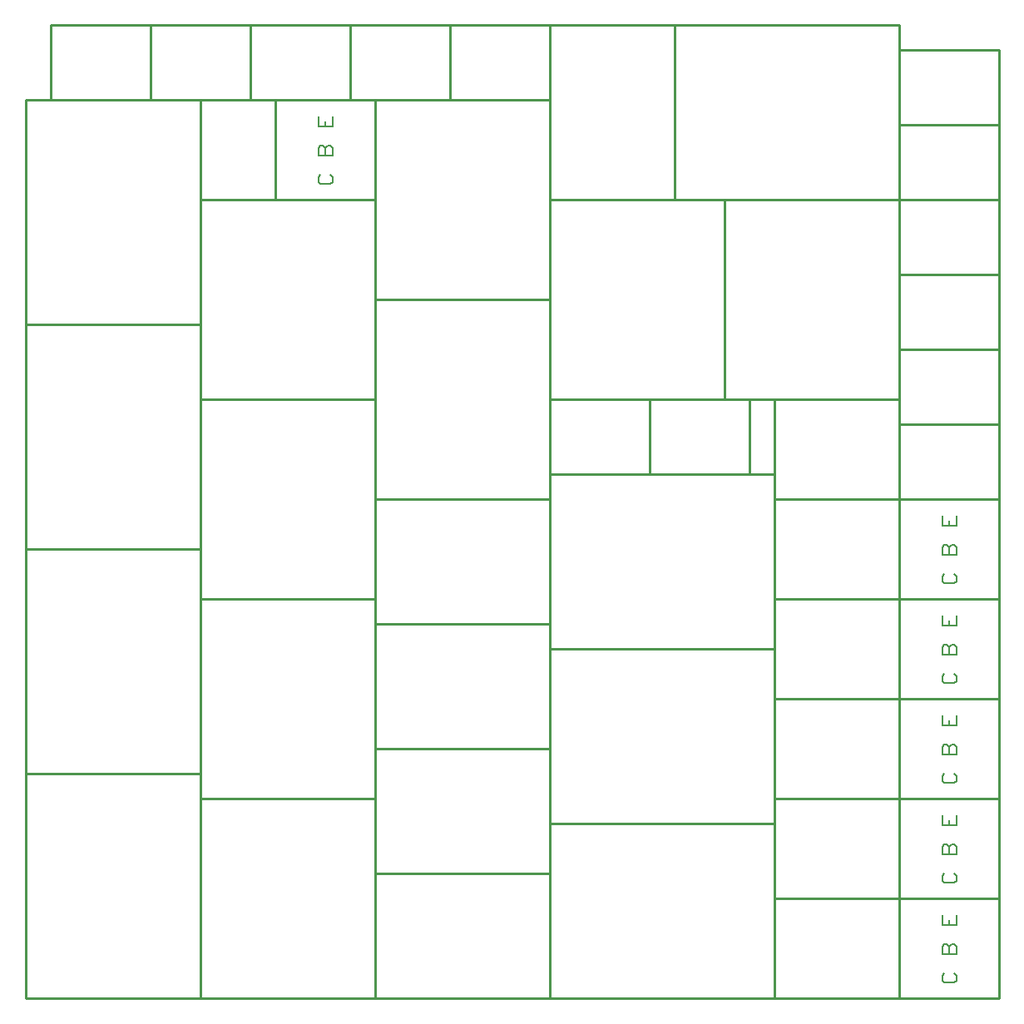
<source format=gbo>
G75*
%MOIN*%
%OFA0B0*%
%FSLAX25Y25*%
%IPPOS*%
%LPD*%
%AMOC8*
5,1,8,0,0,1.08239X$1,22.5*
%
%ADD10C,0.01000*%
%ADD11C,0.00500*%
D10*
X0005312Y0002513D02*
X0075312Y0002513D01*
X0145312Y0002513D01*
X0215312Y0002513D01*
X0305312Y0002513D01*
X0355312Y0002513D01*
X0395312Y0002513D01*
X0395312Y0042513D01*
X0395312Y0082513D01*
X0395312Y0122513D01*
X0395312Y0162513D01*
X0395312Y0202513D01*
X0395312Y0232513D01*
X0355312Y0232513D01*
X0355312Y0242513D01*
X0305312Y0242513D01*
X0295312Y0242513D01*
X0285312Y0242513D01*
X0285312Y0322513D01*
X0265312Y0322513D01*
X0265312Y0392513D01*
X0215312Y0392513D01*
X0175312Y0392513D01*
X0175312Y0362513D01*
X0215312Y0362513D01*
X0215312Y0392513D01*
X0215312Y0362513D02*
X0215312Y0322513D01*
X0265312Y0322513D01*
X0285312Y0322513D02*
X0355312Y0322513D01*
X0395312Y0322513D01*
X0395312Y0292513D01*
X0355312Y0292513D01*
X0355312Y0262513D01*
X0395312Y0262513D01*
X0395312Y0232513D01*
X0395312Y0262513D02*
X0395312Y0292513D01*
X0395312Y0322513D02*
X0395312Y0352513D01*
X0355312Y0352513D01*
X0355312Y0322513D01*
X0355312Y0292513D01*
X0355312Y0262513D02*
X0355312Y0242513D01*
X0355312Y0232513D02*
X0355312Y0202513D01*
X0305312Y0202513D01*
X0305312Y0212513D01*
X0295312Y0212513D01*
X0295312Y0242513D01*
X0285312Y0242513D02*
X0255312Y0242513D01*
X0255312Y0212513D01*
X0295312Y0212513D01*
X0305312Y0212513D02*
X0305312Y0242513D01*
X0305312Y0202513D02*
X0305312Y0162513D01*
X0355312Y0162513D01*
X0355312Y0122513D01*
X0305312Y0122513D01*
X0305312Y0142513D01*
X0215312Y0142513D01*
X0215312Y0102513D01*
X0145312Y0102513D01*
X0145312Y0152513D01*
X0215312Y0152513D01*
X0215312Y0202513D01*
X0215312Y0212513D01*
X0255312Y0212513D01*
X0255312Y0242513D02*
X0215312Y0242513D01*
X0215312Y0212513D01*
X0215312Y0202513D02*
X0145312Y0202513D01*
X0145312Y0242513D01*
X0145312Y0282513D01*
X0215312Y0282513D01*
X0215312Y0322513D01*
X0215312Y0282513D02*
X0215312Y0242513D01*
X0145312Y0242513D02*
X0075312Y0242513D01*
X0075312Y0182513D01*
X0005312Y0182513D01*
X0005312Y0272513D01*
X0075312Y0272513D01*
X0075312Y0322513D01*
X0075312Y0362513D01*
X0095312Y0362513D01*
X0095312Y0392513D01*
X0135312Y0392513D01*
X0175312Y0392513D01*
X0175312Y0362513D02*
X0145312Y0362513D01*
X0135312Y0362513D01*
X0135312Y0392513D01*
X0135312Y0362513D02*
X0105312Y0362513D01*
X0105312Y0322513D01*
X0145312Y0322513D01*
X0145312Y0362513D01*
X0105312Y0362513D02*
X0095312Y0362513D01*
X0075312Y0362513D02*
X0055312Y0362513D01*
X0055312Y0392513D01*
X0095312Y0392513D01*
X0055312Y0392513D02*
X0015312Y0392513D01*
X0015312Y0362513D01*
X0055312Y0362513D01*
X0015312Y0362513D02*
X0005312Y0362513D01*
X0005312Y0272513D01*
X0075312Y0272513D02*
X0075312Y0242513D01*
X0075312Y0182513D02*
X0075312Y0162513D01*
X0145312Y0162513D01*
X0145312Y0202513D01*
X0145312Y0162513D02*
X0145312Y0152513D01*
X0145312Y0102513D02*
X0145312Y0082513D01*
X0075312Y0082513D01*
X0075312Y0002513D01*
X0005312Y0002513D02*
X0005312Y0092513D01*
X0075312Y0092513D01*
X0075312Y0162513D01*
X0075312Y0092513D02*
X0075312Y0082513D01*
X0005312Y0092513D02*
X0005312Y0182513D01*
X0145312Y0282513D02*
X0145312Y0322513D01*
X0105312Y0322513D02*
X0075312Y0322513D01*
X0215312Y0152513D02*
X0215312Y0142513D01*
X0215312Y0102513D02*
X0215312Y0072513D01*
X0305312Y0072513D01*
X0305312Y0042513D01*
X0355312Y0042513D01*
X0395312Y0042513D01*
X0395312Y0082513D02*
X0355312Y0082513D01*
X0355312Y0122513D01*
X0395312Y0122513D01*
X0395312Y0162513D02*
X0355312Y0162513D01*
X0355312Y0202513D01*
X0395312Y0202513D01*
X0305312Y0162513D02*
X0305312Y0142513D01*
X0305312Y0122513D02*
X0305312Y0082513D01*
X0355312Y0082513D01*
X0355312Y0042513D01*
X0355312Y0002513D01*
X0305312Y0002513D02*
X0305312Y0042513D01*
X0305312Y0072513D02*
X0305312Y0082513D01*
X0215312Y0072513D02*
X0215312Y0052513D01*
X0145312Y0052513D01*
X0145312Y0002513D01*
X0145312Y0052513D02*
X0145312Y0082513D01*
X0215312Y0052513D02*
X0215312Y0002513D01*
X0355312Y0352513D02*
X0355312Y0382513D01*
X0355312Y0392513D01*
X0265312Y0392513D01*
X0355312Y0382513D02*
X0395312Y0382513D01*
X0395312Y0352513D01*
D11*
X0378366Y0195833D02*
X0378366Y0191964D01*
X0372562Y0191964D01*
X0372562Y0195833D01*
X0375464Y0193898D02*
X0375464Y0191964D01*
X0376431Y0184233D02*
X0375464Y0183265D01*
X0375464Y0180363D01*
X0372562Y0180363D02*
X0378366Y0180363D01*
X0378366Y0183265D01*
X0377399Y0184233D01*
X0376431Y0184233D01*
X0375464Y0183265D02*
X0374497Y0184233D01*
X0373529Y0184233D01*
X0372562Y0183265D01*
X0372562Y0180363D01*
X0373529Y0172632D02*
X0372562Y0171665D01*
X0372562Y0169730D01*
X0373529Y0168763D01*
X0377399Y0168763D01*
X0378366Y0169730D01*
X0378366Y0171665D01*
X0377399Y0172632D01*
X0378366Y0155833D02*
X0378366Y0151964D01*
X0372562Y0151964D01*
X0372562Y0155833D01*
X0375464Y0153898D02*
X0375464Y0151964D01*
X0376431Y0144233D02*
X0375464Y0143265D01*
X0375464Y0140363D01*
X0372562Y0140363D02*
X0378366Y0140363D01*
X0378366Y0143265D01*
X0377399Y0144233D01*
X0376431Y0144233D01*
X0375464Y0143265D02*
X0374497Y0144233D01*
X0373529Y0144233D01*
X0372562Y0143265D01*
X0372562Y0140363D01*
X0373529Y0132632D02*
X0372562Y0131665D01*
X0372562Y0129730D01*
X0373529Y0128763D01*
X0377399Y0128763D01*
X0378366Y0129730D01*
X0378366Y0131665D01*
X0377399Y0132632D01*
X0378366Y0115833D02*
X0378366Y0111964D01*
X0372562Y0111964D01*
X0372562Y0115833D01*
X0375464Y0113898D02*
X0375464Y0111964D01*
X0376431Y0104233D02*
X0375464Y0103265D01*
X0375464Y0100363D01*
X0372562Y0100363D02*
X0378366Y0100363D01*
X0378366Y0103265D01*
X0377399Y0104233D01*
X0376431Y0104233D01*
X0375464Y0103265D02*
X0374497Y0104233D01*
X0373529Y0104233D01*
X0372562Y0103265D01*
X0372562Y0100363D01*
X0373529Y0092632D02*
X0372562Y0091665D01*
X0372562Y0089730D01*
X0373529Y0088763D01*
X0377399Y0088763D01*
X0378366Y0089730D01*
X0378366Y0091665D01*
X0377399Y0092632D01*
X0378366Y0075833D02*
X0378366Y0071964D01*
X0372562Y0071964D01*
X0372562Y0075833D01*
X0375464Y0073898D02*
X0375464Y0071964D01*
X0376431Y0064233D02*
X0375464Y0063265D01*
X0375464Y0060363D01*
X0372562Y0060363D02*
X0378366Y0060363D01*
X0378366Y0063265D01*
X0377399Y0064233D01*
X0376431Y0064233D01*
X0375464Y0063265D02*
X0374497Y0064233D01*
X0373529Y0064233D01*
X0372562Y0063265D01*
X0372562Y0060363D01*
X0373529Y0052632D02*
X0372562Y0051665D01*
X0372562Y0049730D01*
X0373529Y0048763D01*
X0377399Y0048763D01*
X0378366Y0049730D01*
X0378366Y0051665D01*
X0377399Y0052632D01*
X0378366Y0035833D02*
X0378366Y0031964D01*
X0372562Y0031964D01*
X0372562Y0035833D01*
X0375464Y0033898D02*
X0375464Y0031964D01*
X0376431Y0024233D02*
X0375464Y0023265D01*
X0375464Y0020363D01*
X0372562Y0020363D02*
X0378366Y0020363D01*
X0378366Y0023265D01*
X0377399Y0024233D01*
X0376431Y0024233D01*
X0375464Y0023265D02*
X0374497Y0024233D01*
X0373529Y0024233D01*
X0372562Y0023265D01*
X0372562Y0020363D01*
X0373529Y0012632D02*
X0372562Y0011665D01*
X0372562Y0009730D01*
X0373529Y0008763D01*
X0377399Y0008763D01*
X0378366Y0009730D01*
X0378366Y0011665D01*
X0377399Y0012632D01*
X0127399Y0328763D02*
X0123529Y0328763D01*
X0122562Y0329730D01*
X0122562Y0331665D01*
X0123529Y0332632D01*
X0127399Y0332632D02*
X0128366Y0331665D01*
X0128366Y0329730D01*
X0127399Y0328763D01*
X0128366Y0340363D02*
X0122562Y0340363D01*
X0122562Y0343265D01*
X0123529Y0344233D01*
X0124497Y0344233D01*
X0125464Y0343265D01*
X0125464Y0340363D01*
X0128366Y0340363D02*
X0128366Y0343265D01*
X0127399Y0344233D01*
X0126431Y0344233D01*
X0125464Y0343265D01*
X0125464Y0351964D02*
X0125464Y0353898D01*
X0128366Y0351964D02*
X0122562Y0351964D01*
X0122562Y0355833D01*
X0128366Y0355833D02*
X0128366Y0351964D01*
M02*

</source>
